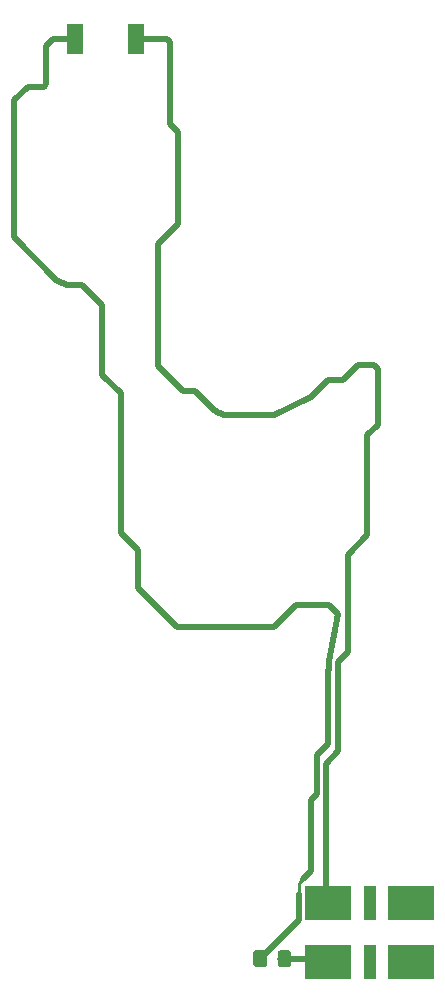
<source format=gbr>
G04 #@! TF.GenerationSoftware,KiCad,Pcbnew,5.1.4+dfsg1-1*
G04 #@! TF.CreationDate,2019-11-26T14:32:18-08:00*
G04 #@! TF.ProjectId,mrfixit,6d726669-7869-4742-9e6b-696361645f70,rev?*
G04 #@! TF.SameCoordinates,Original*
G04 #@! TF.FileFunction,Copper,L2,Bot*
G04 #@! TF.FilePolarity,Positive*
%FSLAX46Y46*%
G04 Gerber Fmt 4.6, Leading zero omitted, Abs format (unit mm)*
G04 Created by KiCad (PCBNEW 5.1.4+dfsg1-1) date 2019-11-26 14:32:18*
%MOMM*%
%LPD*%
G04 APERTURE LIST*
%ADD10C,0.100000*%
%ADD11C,1.150000*%
%ADD12R,1.400000X2.600000*%
%ADD13R,4.000000X3.000000*%
%ADD14R,1.000000X3.000000*%
%ADD15C,0.500000*%
%ADD16C,0.250000*%
G04 APERTURE END LIST*
D10*
G36*
X122224505Y-133611204D02*
G01*
X122248773Y-133614804D01*
X122272572Y-133620765D01*
X122295671Y-133629030D01*
X122317850Y-133639520D01*
X122338893Y-133652132D01*
X122358599Y-133666747D01*
X122376777Y-133683223D01*
X122393253Y-133701401D01*
X122407868Y-133721107D01*
X122420480Y-133742150D01*
X122430970Y-133764329D01*
X122439235Y-133787428D01*
X122445196Y-133811227D01*
X122448796Y-133835495D01*
X122450000Y-133859999D01*
X122450000Y-134760001D01*
X122448796Y-134784505D01*
X122445196Y-134808773D01*
X122439235Y-134832572D01*
X122430970Y-134855671D01*
X122420480Y-134877850D01*
X122407868Y-134898893D01*
X122393253Y-134918599D01*
X122376777Y-134936777D01*
X122358599Y-134953253D01*
X122338893Y-134967868D01*
X122317850Y-134980480D01*
X122295671Y-134990970D01*
X122272572Y-134999235D01*
X122248773Y-135005196D01*
X122224505Y-135008796D01*
X122200001Y-135010000D01*
X121549999Y-135010000D01*
X121525495Y-135008796D01*
X121501227Y-135005196D01*
X121477428Y-134999235D01*
X121454329Y-134990970D01*
X121432150Y-134980480D01*
X121411107Y-134967868D01*
X121391401Y-134953253D01*
X121373223Y-134936777D01*
X121356747Y-134918599D01*
X121342132Y-134898893D01*
X121329520Y-134877850D01*
X121319030Y-134855671D01*
X121310765Y-134832572D01*
X121304804Y-134808773D01*
X121301204Y-134784505D01*
X121300000Y-134760001D01*
X121300000Y-133859999D01*
X121301204Y-133835495D01*
X121304804Y-133811227D01*
X121310765Y-133787428D01*
X121319030Y-133764329D01*
X121329520Y-133742150D01*
X121342132Y-133721107D01*
X121356747Y-133701401D01*
X121373223Y-133683223D01*
X121391401Y-133666747D01*
X121411107Y-133652132D01*
X121432150Y-133639520D01*
X121454329Y-133629030D01*
X121477428Y-133620765D01*
X121501227Y-133614804D01*
X121525495Y-133611204D01*
X121549999Y-133610000D01*
X122200001Y-133610000D01*
X122224505Y-133611204D01*
X122224505Y-133611204D01*
G37*
D11*
X121875000Y-134310000D03*
D10*
G36*
X120174505Y-133611204D02*
G01*
X120198773Y-133614804D01*
X120222572Y-133620765D01*
X120245671Y-133629030D01*
X120267850Y-133639520D01*
X120288893Y-133652132D01*
X120308599Y-133666747D01*
X120326777Y-133683223D01*
X120343253Y-133701401D01*
X120357868Y-133721107D01*
X120370480Y-133742150D01*
X120380970Y-133764329D01*
X120389235Y-133787428D01*
X120395196Y-133811227D01*
X120398796Y-133835495D01*
X120400000Y-133859999D01*
X120400000Y-134760001D01*
X120398796Y-134784505D01*
X120395196Y-134808773D01*
X120389235Y-134832572D01*
X120380970Y-134855671D01*
X120370480Y-134877850D01*
X120357868Y-134898893D01*
X120343253Y-134918599D01*
X120326777Y-134936777D01*
X120308599Y-134953253D01*
X120288893Y-134967868D01*
X120267850Y-134980480D01*
X120245671Y-134990970D01*
X120222572Y-134999235D01*
X120198773Y-135005196D01*
X120174505Y-135008796D01*
X120150001Y-135010000D01*
X119499999Y-135010000D01*
X119475495Y-135008796D01*
X119451227Y-135005196D01*
X119427428Y-134999235D01*
X119404329Y-134990970D01*
X119382150Y-134980480D01*
X119361107Y-134967868D01*
X119341401Y-134953253D01*
X119323223Y-134936777D01*
X119306747Y-134918599D01*
X119292132Y-134898893D01*
X119279520Y-134877850D01*
X119269030Y-134855671D01*
X119260765Y-134832572D01*
X119254804Y-134808773D01*
X119251204Y-134784505D01*
X119250000Y-134760001D01*
X119250000Y-133859999D01*
X119251204Y-133835495D01*
X119254804Y-133811227D01*
X119260765Y-133787428D01*
X119269030Y-133764329D01*
X119279520Y-133742150D01*
X119292132Y-133721107D01*
X119306747Y-133701401D01*
X119323223Y-133683223D01*
X119341401Y-133666747D01*
X119361107Y-133652132D01*
X119382150Y-133639520D01*
X119404329Y-133629030D01*
X119427428Y-133620765D01*
X119451227Y-133614804D01*
X119475495Y-133611204D01*
X119499999Y-133610000D01*
X120150001Y-133610000D01*
X120174505Y-133611204D01*
X120174505Y-133611204D01*
G37*
D11*
X119825000Y-134310000D03*
D12*
X109320000Y-56480000D03*
X104120000Y-56480000D03*
D13*
X125550000Y-134630000D03*
X125550000Y-129590000D03*
D14*
X129090000Y-134630000D03*
X129090000Y-129590000D03*
D13*
X132630000Y-134630000D03*
X132630000Y-129590000D03*
D15*
X126430000Y-116750000D02*
X125380000Y-117800000D01*
X127240000Y-108380000D02*
X126430000Y-109190000D01*
X128910000Y-90019523D02*
X128910000Y-98460000D01*
X129790000Y-89139523D02*
X128910000Y-90019523D01*
X129790000Y-84360000D02*
X129790000Y-89139523D01*
X128140000Y-84040000D02*
X129470000Y-84040000D01*
X129470000Y-84040000D02*
X129790000Y-84360000D01*
X126856510Y-85323490D02*
X128140000Y-84040000D01*
X125380000Y-117800000D02*
X125380000Y-129260000D01*
X109320000Y-56480000D02*
X111930000Y-56480000D01*
X116626865Y-88201759D02*
X116773751Y-88267647D01*
X128910000Y-98460000D02*
X127240000Y-100130000D01*
X113260000Y-86220000D02*
X114269998Y-86220000D01*
X127240000Y-100130000D02*
X127240000Y-108380000D01*
X111170000Y-73810000D02*
X111170000Y-84130000D01*
X111930000Y-56480000D02*
X112190000Y-56740000D01*
X111170000Y-84130000D02*
X113260000Y-86220000D01*
X112190000Y-56740000D02*
X112190000Y-63650000D01*
X116076811Y-87949864D02*
X116210739Y-88012283D01*
X115930229Y-87880231D02*
X115944097Y-87886948D01*
X115944097Y-87886948D02*
X116076811Y-87949864D01*
X112850000Y-72130000D02*
X111170000Y-73810000D01*
X125586510Y-85323490D02*
X126856510Y-85323490D01*
X116210739Y-88012283D02*
X116346719Y-88074810D01*
X112190000Y-63650000D02*
X112846934Y-64306934D01*
X116485330Y-88137878D02*
X116626865Y-88201759D01*
X112846934Y-72126934D02*
X112850000Y-72130000D01*
X116773751Y-88267647D02*
X116823868Y-88290000D01*
X124171567Y-86738433D02*
X125586510Y-85323490D01*
X126430000Y-109190000D02*
X126430000Y-116750000D01*
X116823868Y-88290000D02*
X120986548Y-88290000D01*
X114269998Y-86220000D02*
X115930229Y-87880231D01*
X112846934Y-64306934D02*
X112846934Y-72126934D01*
X116346719Y-88074810D02*
X116485330Y-88137878D01*
X120986548Y-88290000D02*
X124171567Y-86738433D01*
X119825000Y-134310000D02*
X123099999Y-131035001D01*
X123099999Y-131035001D02*
X123099999Y-128810000D01*
D16*
X123099999Y-127928876D02*
X123490000Y-127538875D01*
X123099999Y-128810000D02*
X123099999Y-127928876D01*
D15*
X102290000Y-56480000D02*
X104120000Y-56480000D01*
X101510000Y-60480000D02*
X101690000Y-60300000D01*
X98950000Y-61721086D02*
X98987106Y-61652894D01*
X102769818Y-76980286D02*
X102650112Y-76930116D01*
X102912421Y-77038297D02*
X102769818Y-76980286D01*
X103055810Y-77095200D02*
X102912421Y-77038297D01*
X103197499Y-77150309D02*
X103055810Y-77095200D01*
X103485472Y-77259787D02*
X103340711Y-77205116D01*
X112795876Y-106215876D02*
X109508135Y-102928135D01*
X101690000Y-60300000D02*
X101690000Y-57080000D01*
X106430264Y-84868802D02*
X106430264Y-79000264D01*
X125684844Y-104350000D02*
X122830000Y-104350000D01*
X125550000Y-116125044D02*
X125550000Y-109940000D01*
X98950000Y-73230004D02*
X98950000Y-61721086D01*
X125681014Y-109109346D02*
X126446165Y-105111321D01*
X124113350Y-126915525D02*
X124113350Y-120863350D01*
X124640000Y-120336700D02*
X124640000Y-117035044D01*
X125681014Y-109808986D02*
X125681014Y-109109346D01*
X106430264Y-79000264D02*
X104720000Y-77290000D01*
X123490000Y-127538875D02*
X124113350Y-126915525D01*
X100160000Y-60480000D02*
X101510000Y-60480000D01*
X124640000Y-117035044D02*
X125550000Y-116125044D01*
X126446165Y-105111321D02*
X125684844Y-104350000D01*
X120964123Y-106215876D02*
X112795876Y-106215876D01*
X125550000Y-109940000D02*
X125681014Y-109808986D01*
X124113350Y-120863350D02*
X124640000Y-120336700D01*
X122830000Y-104350000D02*
X120964123Y-106215876D01*
X109508135Y-102928135D02*
X109500000Y-102913861D01*
X101690000Y-57080000D02*
X102290000Y-56480000D01*
X109500000Y-102913861D02*
X109500000Y-99730000D01*
X103340711Y-77205116D02*
X103197499Y-77150309D01*
X108011547Y-86450085D02*
X106430264Y-84868802D01*
X103566337Y-77290000D02*
X103485472Y-77259787D01*
X109500000Y-99730000D02*
X108011547Y-98241547D01*
X98987106Y-61652894D02*
X100160000Y-60480000D01*
X102650112Y-76930116D02*
X98950000Y-73230004D01*
X108011547Y-98241547D02*
X108011547Y-86450085D01*
X104720000Y-77290000D02*
X103566337Y-77290000D01*
X125230000Y-134310000D02*
X125550000Y-134630000D01*
X121875000Y-134310000D02*
X125230000Y-134310000D01*
M02*

</source>
